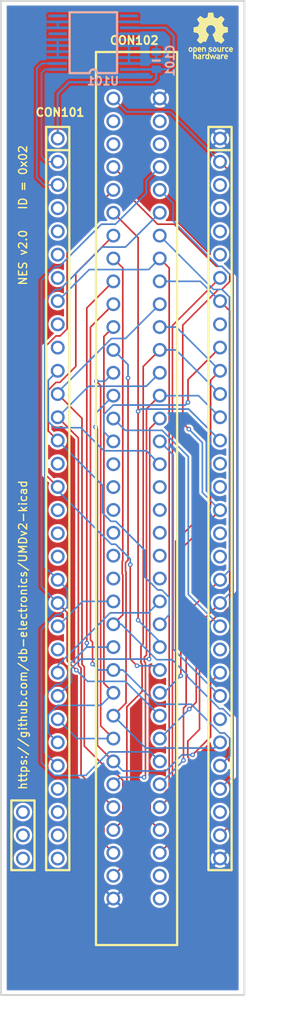
<source format=kicad_pcb>
(kicad_pcb (version 20171130) (host pcbnew "(5.1.2-1)-1")
  (title_block (title "NES UMDv2 Adapter") (date 2020-03-03) (rev 2.0) (comment 1 "Licensed Under CERN OHL v.1.2") (comment 2 https://github.com/beatlegeuse/UMDv2-nes-kicad))
  (layers (0 F.Cu signal) (31 B.Cu signal) (34 B.Paste user) (35 F.Paste user) (36 B.SilkS user) (37 F.SilkS user) (38 B.Mask user) (39 F.Mask user) (44 Edge.Cuts user))
  (net 0 "")
  (net 1 +3V3)
  (net 2 GND)
  (net 3 /SDA)
  (net 4 /SCL)
  (net 5 /A13)
  (net 6 /A10)
  (net 7 /A8)
  (net 8 /D0)
  (net 9 /D2)
  (net 10 /D6)
  (net 11 /D4)
  (net 12 /A5)
  (net 13 /A3)
  (net 14 /A1)
  (net 15 /A2)
  (net 16 /A4)
  (net 17 /A6)
  (net 18 /D5)
  (net 19 /D7)
  (net 20 /D3)
  (net 21 /D1)
  (net 22 /A7)
  (net 23 /A9)
  (net 24 /A11)
  (net 25 /A12)
  (net 26 /A14)
  (net 27 "Net-(CON101-Pad67)")
  (net 28 "Net-(CON101-Pad66)")
  (net 29 "Net-(CON101-Pad65)")
  (net 30 +5V)
  (net 31 "Net-(CON101-Pad62)")
  (net 32 "Net-(CON101-Pad61)")
  (net 33 "Net-(CON101-Pad60)")
  (net 34 "Net-(CON101-Pad59)")
  (net 35 "Net-(CON101-Pad56)")
  (net 36 /CHR_~RD)
  (net 37 "Net-(CON101-Pad50)")
  (net 38 "Net-(CON101-Pad49)")
  (net 39 "Net-(CON101-Pad47)")
  (net 40 "Net-(CON101-Pad46)")
  (net 41 /CIRAM_A10)
  (net 42 "Net-(CON101-Pad42)")
  (net 43 /CIRAM_~CE)
  (net 44 "Net-(CON101-Pad39)")
  (net 45 /A0)
  (net 46 "Net-(CON101-Pad35)")
  (net 47 "Net-(CON101-Pad32)")
  (net 48 "Net-(CON101-Pad31)")
  (net 49 "Net-(CON101-Pad30)")
  (net 50 "Net-(CON101-Pad29)")
  (net 51 /CHR_~A13)
  (net 52 /PRG_~CE)
  (net 53 "Net-(CON101-Pad23)")
  (net 54 /PRG_R~W)
  (net 55 "Net-(CON101-Pad19)")
  (net 56 "Net-(CON101-Pad18)")
  (net 57 "Net-(CON101-Pad17)")
  (net 58 "Net-(CON101-Pad15)")
  (net 59 /CHR_~WR)
  (net 60 "Net-(CON101-Pad10)")
  (net 61 "Net-(CON101-Pad9)")
  (net 62 "Net-(CON101-Pad7)")
  (net 63 "Net-(CON101-Pad6)")
  (net 64 "Net-(CON101-Pad5)")
  (net 65 "Net-(CON101-Pad4)")
  (net 66 "Net-(CON102-Pad71)")
  (net 67 "Net-(CON102-Pad70)")
  (net 68 "Net-(CON102-Pad55)")
  (net 69 "Net-(CON102-Pad54)")
  (net 70 "Net-(CON102-Pad53)")
  (net 71 "Net-(CON102-Pad52)")
  (net 72 "Net-(CON102-Pad51)")
  (net 73 "Net-(CON102-Pad38)")
  (net 74 "Net-(CON102-Pad37)")
  (net 75 "Net-(CON102-Pad15)")
  (net 76 "Net-(CON102-Pad16)")
  (net 77 "Net-(CON102-Pad17)")
  (net 78 "Net-(CON102-Pad18)")
  (net 79 "Net-(CON102-Pad19)")
  (net 80 "Net-(CON102-Pad20)")
  (net 81 "Net-(CON102-Pad34)")
  (net 82 "Net-(CON102-Pad35)")
  (net 83 "Net-(U101-Pad7)")
  (net 84 "Net-(U101-Pad10)")
  (net 85 "Net-(U101-Pad11)")
  (module db-artwork:oshw-logo_5mm (layer F.Cu) (at 153.162 51.054)
    (fp_text reference G*** hide)
    (fp_text value LOGO hide)
  )
  (module db-thparts:NES-CONN (layer F.Cu) (at 142.494 57.912)
    (fp_text reference CON102 (at 2.286 -6.35) (layer F.SilkS) (effects (font (size 0.889 0.889) (thickness 0.2032))))
    (fp_text value NES-CONN hide)
    (pad 72 thru_hole circle (at 5.08 0) (size 1.524 1.524) (drill 1.016) (layers *.Cu *.Mask) (net 2 GND))
    (pad 71 thru_hole circle (at 5.08 2.5) (size 1.524 1.524) (drill 1.016) (layers *.Cu *.Mask) (net 66 "Net-(CON102-Pad71)"))
    (pad 70 thru_hole circle (at 5.08 5) (size 1.524 1.524) (drill 1.016) (layers *.Cu *.Mask) (net 67 "Net-(CON102-Pad70)"))
    (pad 69 thru_hole circle (at 5.08 7.5) (size 1.524 1.524) (drill 1.016) (layers *.Cu *.Mask) (net 11 /D4))
    (pad 68 thru_hole circle (at 5.08 10) (size 1.524 1.524) (drill 1.016) (layers *.Cu *.Mask) (net 18 /D5))
    (pad 67 thru_hole circle (at 5.08 12.5) (size 1.524 1.524) (drill 1.016) (layers *.Cu *.Mask) (net 10 /D6))
    (pad 66 thru_hole circle (at 5.08 15) (size 1.524 1.524) (drill 1.016) (layers *.Cu *.Mask) (net 19 /D7))
    (pad 65 thru_hole circle (at 5.08 17.5) (size 1.524 1.524) (drill 1.016) (layers *.Cu *.Mask) (net 5 /A13))
    (pad 64 thru_hole circle (at 5.08 20) (size 1.524 1.524) (drill 1.016) (layers *.Cu *.Mask) (net 25 /A12))
    (pad 63 thru_hole circle (at 5.08 22.5) (size 1.524 1.524) (drill 1.016) (layers *.Cu *.Mask) (net 6 /A10))
    (pad 62 thru_hole circle (at 5.08 25) (size 1.524 1.524) (drill 1.016) (layers *.Cu *.Mask) (net 24 /A11))
    (pad 61 thru_hole circle (at 5.08 27.5) (size 1.524 1.524) (drill 1.016) (layers *.Cu *.Mask) (net 23 /A9))
    (pad 60 thru_hole circle (at 5.08 30) (size 1.524 1.524) (drill 1.016) (layers *.Cu *.Mask) (net 7 /A8))
    (pad 59 thru_hole circle (at 5.08 32.5) (size 1.524 1.524) (drill 1.016) (layers *.Cu *.Mask) (net 22 /A7))
    (pad 58 thru_hole circle (at 5.08 35) (size 1.524 1.524) (drill 1.016) (layers *.Cu *.Mask) (net 51 /CHR_~A13))
    (pad 57 thru_hole circle (at 5.08 37.5) (size 1.524 1.524) (drill 1.016) (layers *.Cu *.Mask) (net 43 /CIRAM_~CE))
    (pad 56 thru_hole circle (at 5.08 40) (size 1.524 1.524) (drill 1.016) (layers *.Cu *.Mask) (net 59 /CHR_~WR))
    (pad 55 thru_hole circle (at 5.08 42.5) (size 1.524 1.524) (drill 1.016) (layers *.Cu *.Mask) (net 68 "Net-(CON102-Pad55)"))
    (pad 54 thru_hole circle (at 5.08 45) (size 1.524 1.524) (drill 1.016) (layers *.Cu *.Mask) (net 69 "Net-(CON102-Pad54)"))
    (pad 53 thru_hole circle (at 5.08 47.5) (size 1.524 1.524) (drill 1.016) (layers *.Cu *.Mask) (net 70 "Net-(CON102-Pad53)"))
    (pad 52 thru_hole circle (at 5.08 50) (size 1.524 1.524) (drill 1.016) (layers *.Cu *.Mask) (net 71 "Net-(CON102-Pad52)"))
    (pad 51 thru_hole circle (at 5.08 52.5) (size 1.524 1.524) (drill 1.016) (layers *.Cu *.Mask) (net 72 "Net-(CON102-Pad51)"))
    (pad 50 thru_hole circle (at 5.08 55) (size 1.524 1.524) (drill 1.016) (layers *.Cu *.Mask) (net 52 /PRG_~CE))
    (pad 49 thru_hole circle (at 5.08 57.5) (size 1.524 1.524) (drill 1.016) (layers *.Cu *.Mask) (net 8 /D0))
    (pad 48 thru_hole circle (at 5.08 60) (size 1.524 1.524) (drill 1.016) (layers *.Cu *.Mask) (net 21 /D1))
    (pad 47 thru_hole circle (at 5.08 62.5) (size 1.524 1.524) (drill 1.016) (layers *.Cu *.Mask) (net 9 /D2))
    (pad 46 thru_hole circle (at 5.08 65) (size 1.524 1.524) (drill 1.016) (layers *.Cu *.Mask) (net 20 /D3))
    (pad 45 thru_hole circle (at 5.08 67.5) (size 1.524 1.524) (drill 1.016) (layers *.Cu *.Mask) (net 11 /D4))
    (pad 44 thru_hole circle (at 5.08 70) (size 1.524 1.524) (drill 1.016) (layers *.Cu *.Mask) (net 18 /D5))
    (pad 43 thru_hole circle (at 5.08 72.5) (size 1.524 1.524) (drill 1.016) (layers *.Cu *.Mask) (net 10 /D6))
    (pad 42 thru_hole circle (at 5.08 75) (size 1.524 1.524) (drill 1.016) (layers *.Cu *.Mask) (net 19 /D7))
    (pad 41 thru_hole circle (at 5.08 77.5) (size 1.524 1.524) (drill 1.016) (layers *.Cu *.Mask) (net 26 /A14))
    (pad 40 thru_hole circle (at 5.08 80) (size 1.524 1.524) (drill 1.016) (layers *.Cu *.Mask) (net 5 /A13))
    (pad 39 thru_hole circle (at 5.08 82.5) (size 1.524 1.524) (drill 1.016) (layers *.Cu *.Mask) (net 25 /A12))
    (pad 38 thru_hole circle (at 5.08 85) (size 1.524 1.524) (drill 1.016) (layers *.Cu *.Mask) (net 73 "Net-(CON102-Pad38)"))
    (pad 37 thru_hole circle (at 5.08 87.5) (size 1.524 1.524) (drill 1.016) (layers *.Cu *.Mask) (net 74 "Net-(CON102-Pad37)"))
    (pad 1 thru_hole circle (at 0 87.5) (size 1.524 1.524) (drill 1.016) (layers *.Cu *.Mask) (net 2 GND))
    (pad 2 thru_hole circle (at 0 85) (size 1.524 1.524) (drill 1.016) (layers *.Cu *.Mask) (net 24 /A11))
    (pad 3 thru_hole circle (at 0 82.5) (size 1.524 1.524) (drill 1.016) (layers *.Cu *.Mask) (net 6 /A10))
    (pad 4 thru_hole circle (at 0 80) (size 1.524 1.524) (drill 1.016) (layers *.Cu *.Mask) (net 23 /A9))
    (pad 5 thru_hole circle (at 0 77.5) (size 1.524 1.524) (drill 1.016) (layers *.Cu *.Mask) (net 7 /A8))
    (pad 6 thru_hole circle (at 0 75) (size 1.524 1.524) (drill 1.016) (layers *.Cu *.Mask) (net 22 /A7))
    (pad 7 thru_hole circle (at 0 72.5) (size 1.524 1.524) (drill 1.016) (layers *.Cu *.Mask) (net 17 /A6))
    (pad 8 thru_hole circle (at 0 70) (size 1.524 1.524) (drill 1.016) (layers *.Cu *.Mask) (net 12 /A5))
    (pad 9 thru_hole circle (at 0 67.5) (size 1.524 1.524) (drill 1.016) (layers *.Cu *.Mask) (net 16 /A4))
    (pad 10 thru_hole circle (at 0 65) (size 1.524 1.524) (drill 1.016) (layers *.Cu *.Mask) (net 13 /A3))
    (pad 11 thru_hole circle (at 0 62.5) (size 1.524 1.524) (drill 1.016) (layers *.Cu *.Mask) (net 15 /A2))
    (pad 12 thru_hole circle (at 0 60) (size 1.524 1.524) (drill 1.016) (layers *.Cu *.Mask) (net 14 /A1))
    (pad 13 thru_hole circle (at 0 57.5) (size 1.524 1.524) (drill 1.016) (layers *.Cu *.Mask) (net 45 /A0))
    (pad 14 thru_hole circle (at 0 55) (size 1.524 1.524) (drill 1.016) (layers *.Cu *.Mask) (net 54 /PRG_R~W))
    (pad 15 thru_hole circle (at 0 52.5) (size 1.524 1.524) (drill 1.016) (layers *.Cu *.Mask) (net 75 "Net-(CON102-Pad15)"))
    (pad 16 thru_hole circle (at 0 50) (size 1.524 1.524) (drill 1.016) (layers *.Cu *.Mask) (net 76 "Net-(CON102-Pad16)"))
    (pad 17 thru_hole circle (at 0 47.5) (size 1.524 1.524) (drill 1.016) (layers *.Cu *.Mask) (net 77 "Net-(CON102-Pad17)"))
    (pad 18 thru_hole circle (at 0 45) (size 1.524 1.524) (drill 1.016) (layers *.Cu *.Mask) (net 78 "Net-(CON102-Pad18)"))
    (pad 19 thru_hole circle (at 0 42.5) (size 1.524 1.524) (drill 1.016) (layers *.Cu *.Mask) (net 79 "Net-(CON102-Pad19)"))
    (pad 20 thru_hole circle (at 0 40) (size 1.524 1.524) (drill 1.016) (layers *.Cu *.Mask) (net 80 "Net-(CON102-Pad20)"))
    (pad 21 thru_hole circle (at 0 37.5) (size 1.524 1.524) (drill 1.016) (layers *.Cu *.Mask) (net 36 /CHR_~RD))
    (pad 22 thru_hole circle (at 0 35) (size 1.524 1.524) (drill 1.016) (layers *.Cu *.Mask) (net 41 /CIRAM_A10))
    (pad 23 thru_hole circle (at 0 32.5) (size 1.524 1.524) (drill 1.016) (layers *.Cu *.Mask) (net 17 /A6))
    (pad 24 thru_hole circle (at 0 30) (size 1.524 1.524) (drill 1.016) (layers *.Cu *.Mask) (net 12 /A5))
    (pad 25 thru_hole circle (at 0 27.5) (size 1.524 1.524) (drill 1.016) (layers *.Cu *.Mask) (net 16 /A4))
    (pad 26 thru_hole circle (at 0 25) (size 1.524 1.524) (drill 1.016) (layers *.Cu *.Mask) (net 13 /A3))
    (pad 27 thru_hole circle (at 0 22.5) (size 1.524 1.524) (drill 1.016) (layers *.Cu *.Mask) (net 15 /A2))
    (pad 28 thru_hole circle (at 0 20) (size 1.524 1.524) (drill 1.016) (layers *.Cu *.Mask) (net 14 /A1))
    (pad 29 thru_hole circle (at 0 17.5) (size 1.524 1.524) (drill 1.016) (layers *.Cu *.Mask) (net 45 /A0))
    (pad 30 thru_hole circle (at 0 15) (size 1.524 1.524) (drill 1.016) (layers *.Cu *.Mask) (net 8 /D0))
    (pad 31 thru_hole circle (at 0 12.5) (size 1.524 1.524) (drill 1.016) (layers *.Cu *.Mask) (net 21 /D1))
    (pad 32 thru_hole circle (at 0 10) (size 1.524 1.524) (drill 1.016) (layers *.Cu *.Mask) (net 9 /D2))
    (pad 33 thru_hole circle (at 0 7.5) (size 1.524 1.524) (drill 1.016) (layers *.Cu *.Mask) (net 20 /D3))
    (pad 34 thru_hole circle (at 0 5) (size 1.524 1.524) (drill 1.016) (layers *.Cu *.Mask) (net 81 "Net-(CON102-Pad34)"))
    (pad 35 thru_hole circle (at 0 2.5) (size 1.524 1.524) (drill 1.016) (layers *.Cu *.Mask) (net 82 "Net-(CON102-Pad35)"))
    (pad 36 thru_hole circle (at 0 0) (size 1.524 1.524) (drill 1.016) (layers *.Cu *.Mask) (net 30 +5V))
  )
  (module db-thparts:UMD-CONN-DIP64 (layer F.Cu) (at 136.398 62.2935)
    (fp_text reference CON101 (at 0.254 -2.8575) (layer F.SilkS) (effects (font (size 0.889 0.889) (thickness 0.2032))))
    (fp_text value UMDv2-CONN hide)
    (pad 67 thru_hole circle (at -3.81 78.74 270) (size 1.524 1.524) (drill 1.016) (layers *.Cu *.Mask) (net 27 "Net-(CON101-Pad67)"))
    (pad 66 thru_hole circle (at -3.81 76.2 270) (size 1.524 1.524) (drill 1.016) (layers *.Cu *.Mask) (net 28 "Net-(CON101-Pad66)"))
    (pad 65 thru_hole circle (at -3.81 73.66 270) (size 1.524 1.524) (drill 1.016) (layers *.Cu *.Mask) (net 29 "Net-(CON101-Pad65)"))
    (pad 64 thru_hole circle (at 17.78 0) (size 1.524 1.524) (drill 1.016) (layers *.Cu *.Mask) (net 2 GND))
    (pad 63 thru_hole circle (at 17.78 2.54) (size 1.524 1.524) (drill 1.016) (layers *.Cu *.Mask) (net 30 +5V))
    (pad 62 thru_hole circle (at 17.78 5.08) (size 1.524 1.524) (drill 1.016) (layers *.Cu *.Mask) (net 31 "Net-(CON101-Pad62)"))
    (pad 61 thru_hole circle (at 17.78 7.62) (size 1.524 1.524) (drill 1.016) (layers *.Cu *.Mask) (net 32 "Net-(CON101-Pad61)"))
    (pad 60 thru_hole circle (at 17.78 10.16) (size 1.524 1.524) (drill 1.016) (layers *.Cu *.Mask) (net 33 "Net-(CON101-Pad60)"))
    (pad 59 thru_hole circle (at 17.78 12.7) (size 1.524 1.524) (drill 1.016) (layers *.Cu *.Mask) (net 34 "Net-(CON101-Pad59)"))
    (pad 58 thru_hole circle (at 17.78 15.24) (size 1.524 1.524) (drill 1.016) (layers *.Cu *.Mask) (net 26 /A14))
    (pad 57 thru_hole circle (at 17.78 17.78) (size 1.524 1.524) (drill 1.016) (layers *.Cu *.Mask) (net 25 /A12))
    (pad 56 thru_hole circle (at 17.78 20.32) (size 1.524 1.524) (drill 1.016) (layers *.Cu *.Mask) (net 35 "Net-(CON101-Pad56)"))
    (pad 55 thru_hole circle (at 17.78 22.86) (size 1.524 1.524) (drill 1.016) (layers *.Cu *.Mask) (net 36 /CHR_~RD))
    (pad 54 thru_hole circle (at 17.78 25.4) (size 1.524 1.524) (drill 1.016) (layers *.Cu *.Mask) (net 24 /A11))
    (pad 53 thru_hole circle (at 17.78 27.94) (size 1.524 1.524) (drill 1.016) (layers *.Cu *.Mask) (net 23 /A9))
    (pad 52 thru_hole circle (at 17.78 30.48) (size 1.524 1.524) (drill 1.016) (layers *.Cu *.Mask) (net 22 /A7))
    (pad 51 thru_hole circle (at 17.78 33.02) (size 1.524 1.524) (drill 1.016) (layers *.Cu *.Mask) (net 21 /D1))
    (pad 50 thru_hole circle (at 17.78 35.56) (size 1.524 1.524) (drill 1.016) (layers *.Cu *.Mask) (net 37 "Net-(CON101-Pad50)"))
    (pad 49 thru_hole circle (at 17.78 38.1) (size 1.524 1.524) (drill 1.016) (layers *.Cu *.Mask) (net 38 "Net-(CON101-Pad49)"))
    (pad 48 thru_hole circle (at 17.78 40.64) (size 1.524 1.524) (drill 1.016) (layers *.Cu *.Mask) (net 20 /D3))
    (pad 47 thru_hole circle (at 17.78 43.18) (size 1.524 1.524) (drill 1.016) (layers *.Cu *.Mask) (net 39 "Net-(CON101-Pad47)"))
    (pad 46 thru_hole circle (at 17.78 45.72) (size 1.524 1.524) (drill 1.016) (layers *.Cu *.Mask) (net 40 "Net-(CON101-Pad46)"))
    (pad 45 thru_hole circle (at 17.78 48.26) (size 1.524 1.524) (drill 1.016) (layers *.Cu *.Mask) (net 19 /D7))
    (pad 44 thru_hole circle (at 17.78 50.8) (size 1.524 1.524) (drill 1.016) (layers *.Cu *.Mask) (net 18 /D5))
    (pad 43 thru_hole circle (at 17.78 53.34) (size 1.524 1.524) (drill 1.016) (layers *.Cu *.Mask) (net 41 /CIRAM_A10))
    (pad 42 thru_hole circle (at 17.78 55.88) (size 1.524 1.524) (drill 1.016) (layers *.Cu *.Mask) (net 42 "Net-(CON101-Pad42)"))
    (pad 41 thru_hole circle (at 17.78 58.42) (size 1.524 1.524) (drill 1.016) (layers *.Cu *.Mask) (net 17 /A6))
    (pad 40 thru_hole circle (at 17.78 60.96) (size 1.524 1.524) (drill 1.016) (layers *.Cu *.Mask) (net 43 /CIRAM_~CE))
    (pad 39 thru_hole circle (at 17.78 63.5) (size 1.524 1.524) (drill 1.016) (layers *.Cu *.Mask) (net 44 "Net-(CON101-Pad39)"))
    (pad 38 thru_hole circle (at 17.78 66.04) (size 1.524 1.524) (drill 1.016) (layers *.Cu *.Mask) (net 16 /A4))
    (pad 37 thru_hole circle (at 17.78 68.58) (size 1.524 1.524) (drill 1.016) (layers *.Cu *.Mask) (net 15 /A2))
    (pad 36 thru_hole circle (at 17.78 71.12) (size 1.524 1.524) (drill 1.016) (layers *.Cu *.Mask) (net 45 /A0))
    (pad 35 thru_hole circle (at 17.78 73.66) (size 1.524 1.524) (drill 1.016) (layers *.Cu *.Mask) (net 46 "Net-(CON101-Pad35)"))
    (pad 34 thru_hole circle (at 17.78 76.2) (size 1.524 1.524) (drill 1.016) (layers *.Cu *.Mask) (net 30 +5V))
    (pad 33 thru_hole circle (at 17.78 78.74) (size 1.524 1.524) (drill 1.016) (layers *.Cu *.Mask) (net 2 GND))
    (pad 32 thru_hole circle (at 0 78.74) (size 1.524 1.524) (drill 1.016) (layers *.Cu *.Mask) (net 47 "Net-(CON101-Pad32)"))
    (pad 31 thru_hole circle (at 0 76.2) (size 1.524 1.524) (drill 1.016) (layers *.Cu *.Mask) (net 48 "Net-(CON101-Pad31)"))
    (pad 30 thru_hole circle (at 0 73.66) (size 1.524 1.524) (drill 1.016) (layers *.Cu *.Mask) (net 49 "Net-(CON101-Pad30)"))
    (pad 29 thru_hole circle (at 0 71.12) (size 1.524 1.524) (drill 1.016) (layers *.Cu *.Mask) (net 50 "Net-(CON101-Pad29)"))
    (pad 28 thru_hole circle (at 0 68.58) (size 1.524 1.524) (drill 1.016) (layers *.Cu *.Mask) (net 14 /A1))
    (pad 27 thru_hole circle (at 0 66.04) (size 1.524 1.524) (drill 1.016) (layers *.Cu *.Mask) (net 13 /A3))
    (pad 26 thru_hole circle (at 0 63.5) (size 1.524 1.524) (drill 1.016) (layers *.Cu *.Mask) (net 12 /A5))
    (pad 25 thru_hole circle (at 0 60.96) (size 1.524 1.524) (drill 1.016) (layers *.Cu *.Mask) (net 51 /CHR_~A13))
    (pad 24 thru_hole circle (at 0 58.42) (size 1.524 1.524) (drill 1.016) (layers *.Cu *.Mask) (net 52 /PRG_~CE))
    (pad 23 thru_hole circle (at 0 55.88) (size 1.524 1.524) (drill 1.016) (layers *.Cu *.Mask) (net 53 "Net-(CON101-Pad23)"))
    (pad 22 thru_hole circle (at 0 53.34) (size 1.524 1.524) (drill 1.016) (layers *.Cu *.Mask) (net 54 /PRG_R~W))
    (pad 21 thru_hole circle (at 0 50.8) (size 1.524 1.524) (drill 1.016) (layers *.Cu *.Mask) (net 11 /D4))
    (pad 20 thru_hole circle (at 0 48.26) (size 1.524 1.524) (drill 1.016) (layers *.Cu *.Mask) (net 10 /D6))
    (pad 19 thru_hole circle (at 0 45.72) (size 1.524 1.524) (drill 1.016) (layers *.Cu *.Mask) (net 55 "Net-(CON101-Pad19)"))
    (pad 18 thru_hole circle (at 0 43.18) (size 1.524 1.524) (drill 1.016) (layers *.Cu *.Mask) (net 56 "Net-(CON101-Pad18)"))
    (pad 17 thru_hole circle (at 0 40.64) (size 1.524 1.524) (drill 1.016) (layers *.Cu *.Mask) (net 57 "Net-(CON101-Pad17)"))
    (pad 16 thru_hole circle (at 0 38.1) (size 1.524 1.524) (drill 1.016) (layers *.Cu *.Mask) (net 9 /D2))
    (pad 15 thru_hole circle (at 0 35.56) (size 1.524 1.524) (drill 1.016) (layers *.Cu *.Mask) (net 58 "Net-(CON101-Pad15)"))
    (pad 14 thru_hole circle (at 0 33.02) (size 1.524 1.524) (drill 1.016) (layers *.Cu *.Mask) (net 8 /D0))
    (pad 13 thru_hole circle (at 0 30.48) (size 1.524 1.524) (drill 1.016) (layers *.Cu *.Mask) (net 7 /A8))
    (pad 12 thru_hole circle (at 0 27.94) (size 1.524 1.524) (drill 1.016) (layers *.Cu *.Mask) (net 6 /A10))
    (pad 11 thru_hole circle (at 0 25.4) (size 1.524 1.524) (drill 1.016) (layers *.Cu *.Mask) (net 59 /CHR_~WR))
    (pad 10 thru_hole circle (at 0 22.86) (size 1.524 1.524) (drill 1.016) (layers *.Cu *.Mask) (net 60 "Net-(CON101-Pad10)"))
    (pad 9 thru_hole circle (at 0 20.32) (size 1.524 1.524) (drill 1.016) (layers *.Cu *.Mask) (net 61 "Net-(CON101-Pad9)"))
    (pad 8 thru_hole circle (at 0 17.78) (size 1.524 1.524) (drill 1.016) (layers *.Cu *.Mask) (net 5 /A13))
    (pad 7 thru_hole circle (at 0 15.24) (size 1.524 1.524) (drill 1.016) (layers *.Cu *.Mask) (net 62 "Net-(CON101-Pad7)"))
    (pad 6 thru_hole circle (at 0 12.7) (size 1.524 1.524) (drill 1.016) (layers *.Cu *.Mask) (net 63 "Net-(CON101-Pad6)"))
    (pad 5 thru_hole circle (at 0 10.16) (size 1.524 1.524) (drill 1.016) (layers *.Cu *.Mask) (net 64 "Net-(CON101-Pad5)"))
    (pad 4 thru_hole circle (at 0 7.62) (size 1.524 1.524) (drill 1.016) (layers *.Cu *.Mask) (net 65 "Net-(CON101-Pad4)"))
    (pad 3 thru_hole circle (at 0 5.08) (size 1.524 1.524) (drill 1.016) (layers *.Cu *.Mask) (net 3 /SDA))
    (pad 2 thru_hole circle (at 0 2.54) (size 1.524 1.524) (drill 1.016) (layers *.Cu *.Mask) (net 4 /SCL))
    (pad 1 thru_hole circle (at 0 0) (size 1.524 1.524) (drill 1.016) (layers *.Cu *.Mask) (net 1 +3V3))
  )
  (module db-smt:SSOP-20 (layer B.Cu) (at 136.398 54.737)
    (fp_text reference U101 (at 4.953 1.27) (layer B.SilkS) (effects (font (size 0.889 0.889) (thickness 0.2032)) (justify mirror)))
    (fp_text value MCP23008T-E_SS hide)
    (pad 1 smd rect (at 0 0) (size 2 0.3) (layers B.Cu B.Paste B.Mask) (net 4 /SCL))
    (pad 2 smd rect (at 0 -0.65) (size 2 0.3) (layers B.Cu B.Paste B.Mask) (net 3 /SDA))
    (pad 3 smd rect (at 0 -1.3) (size 2 0.3) (layers B.Cu B.Paste B.Mask) (net 2 GND))
    (pad 4 smd rect (at 0 -1.95) (size 2 0.3) (layers B.Cu B.Paste B.Mask) (net 2 GND))
    (pad 5 smd rect (at 0 -2.6) (size 2 0.3) (layers B.Cu B.Paste B.Mask) (net 2 GND))
    (pad 6 smd rect (at 0 -3.25) (size 2 0.3) (layers B.Cu B.Paste B.Mask) (net 2 GND))
    (pad 7 smd rect (at 0 -3.9) (size 2 0.3) (layers B.Cu B.Paste B.Mask) (net 83 "Net-(U101-Pad7)"))
    (pad 8 smd rect (at 0 -4.55) (size 2 0.3) (layers B.Cu B.Paste B.Mask) (net 2 GND))
    (pad 9 smd rect (at 0 -5.2) (size 2 0.3) (layers B.Cu B.Paste B.Mask) (net 2 GND))
    (pad 10 smd rect (at 0 -5.85) (size 2 0.3) (layers B.Cu B.Paste B.Mask) (net 84 "Net-(U101-Pad10)"))
    (pad 11 smd rect (at 7.8 -5.85) (size 2 0.3) (layers B.Cu B.Paste B.Mask) (net 85 "Net-(U101-Pad11)"))
    (pad 12 smd rect (at 7.8 -5.2) (size 2 0.3) (layers B.Cu B.Paste B.Mask) (net 2 GND))
    (pad 13 smd rect (at 7.8 -4.55) (size 2 0.3) (layers B.Cu B.Paste B.Mask) (net 1 +3V3))
    (pad 14 smd rect (at 7.8 -3.9) (size 2 0.3) (layers B.Cu B.Paste B.Mask) (net 2 GND))
    (pad 15 smd rect (at 7.8 -3.25) (size 2 0.3) (layers B.Cu B.Paste B.Mask) (net 2 GND))
    (pad 16 smd rect (at 7.8 -2.6) (size 2 0.3) (layers B.Cu B.Paste B.Mask) (net 2 GND))
    (pad 19 smd rect (at 7.8 -0.65) (size 2 0.3) (layers B.Cu B.Paste B.Mask) (net 2 GND))
    (pad 20 smd rect (at 7.8 0) (size 2 0.3) (layers B.Cu B.Paste B.Mask) (net 1 +3V3))
    (pad 17 smd rect (at 7.8 -1.95) (size 2 0.3) (layers B.Cu B.Paste B.Mask) (net 2 GND))
    (pad 18 smd rect (at 7.8 -1.3) (size 2 0.3) (layers B.Cu B.Paste B.Mask) (net 2 GND))
  )
  (module db-smt:0603 (layer B.Cu) (at 147.193 53.7718 90)
    (fp_text reference C101 (at 0 1.524 90) (layer B.SilkS) (effects (font (size 0.889 0.889) (thickness 0.2032)) (justify mirror)))
    (fp_text value 0.1uF/50V hide)
    (pad 1 smd rect (at -0.95 0 90) (size 0.8 1) (layers B.Cu B.Paste B.Mask) (net 1 +3V3))
    (pad 2 smd rect (at 0.95 0 90) (size 0.8 1) (layers B.Cu B.Paste B.Mask) (net 2 GND))
  )
  (gr_text "ID = 0x02" (at 132.588 66.548 90) (layer F.SilkS) (effects (font (size 0.889 0.889) (thickness 0.1524))))
  (gr_text "NES v2.0" (at 132.588 75.311 90) (layer F.SilkS) (effects (font (size 0.889 0.889) (thickness 0.1524))))
  (gr_text https://github.com/db-electronics/UMDv2-kicad (at 132.588 116.586 90) (layer F.SilkS) (effects (font (size 0.889 0.889) (thickness 0.1524))))
  (gr_line (start 156.845 47.244) (end 130.175 47.244) (layer Edge.Cuts) (width 0.2))
  (gr_line (start 156.845 47.244) (end 156.845 155.956) (layer Edge.Cuts) (width 0.2))
  (gr_line (start 130.175 155.956) (end 130.175 47.244) (layer Edge.Cuts) (width 0.2))
  (gr_line (start 156.845 155.956) (end 130.175 155.956) (layer Edge.Cuts) (width 0.2))
  (segment (start 144.198 54.737) (end 147.178 54.737) (width 0.254) (layer B.Cu) (net 1))
  (segment (start 147.178 54.737) (end 147.193 54.7218) (width 0.254) (layer B.Cu) (net 1))
  (segment (start 144.198 50.187) (end 148.231 50.187) (width 0.254) (layer B.Cu) (net 1))
  (segment (start 148.231 50.187) (end 149.098 51.054) (width 0.254) (layer B.Cu) (net 1))
  (segment (start 149.098 51.054) (end 149.098 54.102) (width 0.254) (layer B.Cu) (net 1))
  (segment (start 149.098 54.102) (end 148.478 54.7218) (width 0.254) (layer B.Cu) (net 1))
  (segment (start 148.478 54.7218) (end 147.193 54.7218) (width 0.254) (layer B.Cu) (net 1))
  (segment (start 136.398 62.2935) (end 136.398 57.404) (width 0.254) (layer B.Cu) (net 1))
  (segment (start 136.398 57.404) (end 137.668 56.134) (width 0.254) (layer B.Cu) (net 1))
  (segment (start 137.668 56.134) (end 146.812 56.134) (width 0.254) (layer B.Cu) (net 1))
  (segment (start 146.812 56.134) (end 147.193 55.753) (width 0.254) (layer B.Cu) (net 1))
  (segment (start 147.193 55.753) (end 147.193 54.7218) (width 0.254) (layer B.Cu) (net 1))
  (segment (start 136.398 67.3735) (end 134.938 67.3735) (width 0.1778) (layer B.Cu) (net 3))
  (segment (start 134.938 67.3735) (end 134.112 66.548) (width 0.1778) (layer B.Cu) (net 3))
  (segment (start 134.112 66.548) (end 134.112 54.61) (width 0.1778) (layer B.Cu) (net 3))
  (segment (start 134.112 54.61) (end 134.635 54.087) (width 0.1778) (layer B.Cu) (net 3))
  (segment (start 134.635 54.087) (end 136.398 54.087) (width 0.1778) (layer B.Cu) (net 3))
  (segment (start 136.398 64.8335) (end 135.192 64.8335) (width 0.1778) (layer B.Cu) (net 4))
  (segment (start 135.192 64.8335) (end 134.62 64.262) (width 0.1778) (layer B.Cu) (net 4))
  (segment (start 134.62 64.262) (end 134.62 55.118) (width 0.1778) (layer B.Cu) (net 4))
  (segment (start 134.62 55.118) (end 135.001 54.737) (width 0.1778) (layer B.Cu) (net 4))
  (segment (start 135.001 54.737) (end 136.398 54.737) (width 0.1778) (layer B.Cu) (net 4))
  (segment (start 147.574 75.412) (end 148.6097 76.4477) (width 0.1778) (layer F.Cu) (net 5))
  (segment (start 148.6097 76.4477) (end 148.6097 133.3318) (width 0.1778) (layer F.Cu) (net 5))
  (segment (start 148.6097 133.3318) (end 147.7795 134.162) (width 0.1778) (layer F.Cu) (net 5))
  (segment (start 147.7795 134.162) (end 147.3165 134.162) (width 0.1778) (layer F.Cu) (net 5))
  (segment (start 147.3165 134.162) (end 146.5344 134.9441) (width 0.1778) (layer F.Cu) (net 5))
  (segment (start 146.5344 134.9441) (end 146.5344 136.8724) (width 0.1778) (layer F.Cu) (net 5))
  (segment (start 146.5344 136.8724) (end 147.574 137.912) (width 0.1778) (layer F.Cu) (net 5))
  (segment (start 147.574 75.412) (end 146.3635 76.6225) (width 0.1778) (layer B.Cu) (net 5))
  (segment (start 146.3635 76.6225) (end 139.849 76.6225) (width 0.1778) (layer B.Cu) (net 5))
  (segment (start 139.849 76.6225) (end 136.398 80.0735) (width 0.1778) (layer B.Cu) (net 5))
  (segment (start 142.494 140.412) (end 141.4573 139.3753) (width 0.1778) (layer F.Cu) (net 6))
  (segment (start 141.4573 139.3753) (end 141.4573 137.4494) (width 0.1778) (layer F.Cu) (net 6))
  (segment (start 141.4573 137.4494) (end 142.2447 136.662) (width 0.1778) (layer F.Cu) (net 6))
  (segment (start 142.2447 136.662) (end 142.7113 136.662) (width 0.1778) (layer F.Cu) (net 6))
  (segment (start 142.7113 136.662) (end 143.5231 135.8502) (width 0.1778) (layer F.Cu) (net 6))
  (segment (start 143.5231 135.8502) (end 143.5231 132.4652) (width 0.1778) (layer F.Cu) (net 6))
  (segment (start 143.5231 132.4652) (end 142.7199 131.662) (width 0.1778) (layer F.Cu) (net 6))
  (segment (start 142.7199 131.662) (end 142.2379 131.662) (width 0.1778) (layer F.Cu) (net 6))
  (segment (start 142.2379 131.662) (end 139.3113 128.7354) (width 0.1778) (layer F.Cu) (net 6))
  (segment (start 139.3113 128.7354) (end 139.3113 120.0658) (width 0.1778) (layer F.Cu) (net 6))
  (segment (start 139.3113 120.0658) (end 139.0559 119.8104) (width 0.1778) (layer F.Cu) (net 6))
  (segment (start 139.0559 119.8104) (end 139.0559 92.8914) (width 0.1778) (layer F.Cu) (net 6))
  (segment (start 139.0559 92.8914) (end 136.398 90.2335) (width 0.1778) (layer F.Cu) (net 6))
  (segment (start 136.398 90.2335) (end 136.398 90.0526) (width 0.1778) (layer B.Cu) (net 6))
  (segment (start 136.398 90.0526) (end 142.2886 84.162) (width 0.1778) (layer B.Cu) (net 6))
  (segment (start 142.2886 84.162) (end 143.824 84.162) (width 0.1778) (layer B.Cu) (net 6))
  (segment (start 143.824 84.162) (end 147.574 80.412) (width 0.1778) (layer B.Cu) (net 6))
  (segment (start 142.494 135.412) (end 138.9554 131.8734) (width 0.1778) (layer F.Cu) (net 7))
  (segment (start 138.9554 131.8734) (end 138.9554 120.2132) (width 0.1778) (layer F.Cu) (net 7))
  (segment (start 138.9554 120.2132) (end 138.6574 119.9152) (width 0.1778) (layer F.Cu) (net 7))
  (segment (start 138.6574 119.9152) (end 138.6574 95.0329) (width 0.1778) (layer F.Cu) (net 7))
  (segment (start 138.6574 95.0329) (end 136.398 92.7735) (width 0.1778) (layer F.Cu) (net 7))
  (segment (start 147.574 87.912) (end 146.1031 89.3829) (width 0.1778) (layer B.Cu) (net 7))
  (segment (start 146.1031 89.3829) (end 139.7886 89.3829) (width 0.1778) (layer B.Cu) (net 7))
  (segment (start 139.7886 89.3829) (end 136.398 92.7735) (width 0.1778) (layer B.Cu) (net 7))
  (segment (start 136.398 95.3135) (end 135.3599 94.2754) (width 0.1778) (layer F.Cu) (net 8))
  (segment (start 135.3599 94.2754) (end 135.3599 89.8082) (width 0.1778) (layer F.Cu) (net 8))
  (segment (start 135.3599 89.8082) (end 136.2046 88.9635) (width 0.1778) (layer F.Cu) (net 8))
  (segment (start 136.2046 88.9635) (end 136.6311 88.9635) (width 0.1778) (layer F.Cu) (net 8))
  (segment (start 136.6311 88.9635) (end 138.3793 87.2153) (width 0.1778) (layer F.Cu) (net 8))
  (segment (start 138.3793 87.2153) (end 138.3793 77.0267) (width 0.1778) (layer F.Cu) (net 8))
  (segment (start 138.3793 77.0267) (end 142.494 72.912) (width 0.1778) (layer F.Cu) (net 8))
  (segment (start 136.398 95.3135) (end 141.3209 100.2364) (width 0.1778) (layer B.Cu) (net 8))
  (segment (start 141.3209 100.2364) (end 141.3209 103.2502) (width 0.1778) (layer B.Cu) (net 8))
  (segment (start 141.3209 103.2502) (end 142.2327 104.162) (width 0.1778) (layer B.Cu) (net 8))
  (segment (start 142.2327 104.162) (end 142.77 104.162) (width 0.1778) (layer B.Cu) (net 8))
  (segment (start 142.77 104.162) (end 145.9247 107.3167) (width 0.1778) (layer B.Cu) (net 8))
  (segment (start 145.9247 107.3167) (end 145.9247 110.2355) (width 0.1778) (layer B.Cu) (net 8))
  (segment (start 145.9247 110.2355) (end 147.3512 111.662) (width 0.1778) (layer B.Cu) (net 8))
  (segment (start 147.3512 111.662) (end 147.8054 111.662) (width 0.1778) (layer B.Cu) (net 8))
  (segment (start 147.8054 111.662) (end 148.6181 112.4747) (width 0.1778) (layer B.Cu) (net 8))
  (segment (start 148.6181 112.4747) (end 148.6181 114.3679) (width 0.1778) (layer B.Cu) (net 8))
  (segment (start 148.6181 114.3679) (end 147.574 115.412) (width 0.1778) (layer B.Cu) (net 8))
  (segment (start 145.0804 119.9547) (end 147.1167 119.9547) (width 0.1778) (layer B.Cu) (net 9))
  (segment (start 147.1167 119.9547) (end 147.574 120.412) (width 0.1778) (layer B.Cu) (net 9))
  (segment (start 144.3445 108.8914) (end 144.3445 119.2188) (width 0.1778) (layer F.Cu) (net 9))
  (segment (start 144.3445 119.2188) (end 145.0804 119.9547) (width 0.1778) (layer F.Cu) (net 9))
  (segment (start 136.398 100.3935) (end 136.398 100.7948) (width 0.1778) (layer B.Cu) (net 9))
  (segment (start 136.398 100.7948) (end 142.2652 106.662) (width 0.1778) (layer B.Cu) (net 9))
  (segment (start 142.2652 106.662) (end 142.7369 106.662) (width 0.1778) (layer B.Cu) (net 9))
  (segment (start 142.7369 106.662) (end 144.3445 108.2696) (width 0.1778) (layer B.Cu) (net 9))
  (segment (start 144.3445 108.2696) (end 144.3445 108.8914) (width 0.1778) (layer B.Cu) (net 9))
  (segment (start 136.398 100.3935) (end 135.0039 98.9994) (width 0.1778) (layer F.Cu) (net 9))
  (segment (start 135.0039 98.9994) (end 135.0039 85.0791) (width 0.1778) (layer F.Cu) (net 9))
  (segment (start 135.0039 85.0791) (end 136.1995 83.8835) (width 0.1778) (layer F.Cu) (net 9))
  (segment (start 136.1995 83.8835) (end 136.6599 83.8835) (width 0.1778) (layer F.Cu) (net 9))
  (segment (start 136.6599 83.8835) (end 137.4271 83.1163) (width 0.1778) (layer F.Cu) (net 9))
  (segment (start 137.4271 83.1163) (end 137.4271 72.9789) (width 0.1778) (layer F.Cu) (net 9))
  (segment (start 137.4271 72.9789) (end 142.494 67.912) (width 0.1778) (layer F.Cu) (net 9))
  (via (at 145.0804 119.9547) (size 0.508) (layers F.Cu B.Cu) (net 9))
  (via (at 144.3445 108.8914) (size 0.508) (layers F.Cu B.Cu) (net 9))
  (segment (start 147.574 130.412) (end 146.5335 129.3715) (width 0.1778) (layer B.Cu) (net 10))
  (segment (start 146.5335 129.3715) (end 142.0432 129.3715) (width 0.1778) (layer B.Cu) (net 10))
  (segment (start 142.0432 129.3715) (end 139.4657 131.949) (width 0.1778) (layer B.Cu) (net 10))
  (segment (start 139.4657 131.949) (end 136.0086 131.949) (width 0.1778) (layer B.Cu) (net 10))
  (segment (start 136.0086 131.949) (end 134.6051 130.5455) (width 0.1778) (layer B.Cu) (net 10))
  (segment (start 134.6051 130.5455) (end 134.6051 115.9657) (width 0.1778) (layer B.Cu) (net 10))
  (segment (start 134.6051 115.9657) (end 136.2073 114.3635) (width 0.1778) (layer B.Cu) (net 10))
  (segment (start 136.2073 114.3635) (end 136.6068 114.3635) (width 0.1778) (layer B.Cu) (net 10))
  (segment (start 136.6068 114.3635) (end 137.446 113.5243) (width 0.1778) (layer B.Cu) (net 10))
  (segment (start 137.446 113.5243) (end 137.446 111.6015) (width 0.1778) (layer B.Cu) (net 10))
  (segment (start 137.446 111.6015) (end 136.398 110.5535) (width 0.1778) (layer B.Cu) (net 10))
  (segment (start 136.398 110.5535) (end 134.9745 109.13) (width 0.1778) (layer B.Cu) (net 10))
  (segment (start 134.9745 109.13) (end 134.9745 79.9651) (width 0.1778) (layer B.Cu) (net 10))
  (segment (start 134.9745 79.9651) (end 136.1361 78.8035) (width 0.1778) (layer B.Cu) (net 10))
  (segment (start 136.1361 78.8035) (end 136.6399 78.8035) (width 0.1778) (layer B.Cu) (net 10))
  (segment (start 136.6399 78.8035) (end 141.2814 74.162) (width 0.1778) (layer B.Cu) (net 10))
  (segment (start 141.2814 74.162) (end 143.824 74.162) (width 0.1778) (layer B.Cu) (net 10))
  (segment (start 143.824 74.162) (end 147.574 70.412) (width 0.1778) (layer B.Cu) (net 10))
  (segment (start 138.4344 120.4291) (end 139.6673 121.662) (width 0.1778) (layer B.Cu) (net 11))
  (segment (start 139.6673 121.662) (end 143.824 121.662) (width 0.1778) (layer B.Cu) (net 11))
  (segment (start 143.824 121.662) (end 147.574 125.412) (width 0.1778) (layer B.Cu) (net 11))
  (segment (start 136.398 113.0935) (end 137.4271 114.1226) (width 0.1778) (layer F.Cu) (net 11))
  (segment (start 137.4271 114.1226) (end 137.4271 119.4218) (width 0.1778) (layer F.Cu) (net 11))
  (segment (start 137.4271 119.4218) (end 138.4344 120.4291) (width 0.1778) (layer F.Cu) (net 11))
  (segment (start 147.574 65.412) (end 146.1031 66.8829) (width 0.1778) (layer B.Cu) (net 11))
  (segment (start 146.1031 66.8829) (end 146.1031 68.2883) (width 0.1778) (layer B.Cu) (net 11))
  (segment (start 146.1031 68.2883) (end 142.7294 71.662) (width 0.1778) (layer B.Cu) (net 11))
  (segment (start 142.7294 71.662) (end 141.1901 71.662) (width 0.1778) (layer B.Cu) (net 11))
  (segment (start 141.1901 71.662) (end 136.5886 76.2635) (width 0.1778) (layer B.Cu) (net 11))
  (segment (start 136.5886 76.2635) (end 136.1832 76.2635) (width 0.1778) (layer B.Cu) (net 11))
  (segment (start 136.1832 76.2635) (end 134.6185 77.8282) (width 0.1778) (layer B.Cu) (net 11))
  (segment (start 134.6185 77.8282) (end 134.6185 111.314) (width 0.1778) (layer B.Cu) (net 11))
  (segment (start 134.6185 111.314) (end 136.398 113.0935) (width 0.1778) (layer B.Cu) (net 11))
  (via (at 138.4344 120.4291) (size 0.508) (layers F.Cu B.Cu) (net 11))
  (segment (start 136.398 125.7935) (end 138.5165 127.912) (width 0.1778) (layer B.Cu) (net 12))
  (segment (start 138.5165 127.912) (end 142.494 127.912) (width 0.1778) (layer B.Cu) (net 12))
  (segment (start 142.494 127.912) (end 141.1005 126.5185) (width 0.1778) (layer F.Cu) (net 12))
  (segment (start 141.1005 126.5185) (end 141.1005 89.3128) (width 0.1778) (layer F.Cu) (net 12))
  (segment (start 141.1005 89.3128) (end 140.6268 88.8391) (width 0.1778) (layer F.Cu) (net 12))
  (segment (start 140.6268 88.8391) (end 141.5669 88.8391) (width 0.1778) (layer B.Cu) (net 12))
  (segment (start 141.5669 88.8391) (end 142.494 87.912) (width 0.1778) (layer B.Cu) (net 12))
  (via (at 140.6268 88.8391) (size 0.508) (layers F.Cu B.Cu) (net 12))
  (segment (start 136.398 128.3335) (end 135.3654 127.3009) (width 0.1778) (layer B.Cu) (net 13))
  (segment (start 135.3654 127.3009) (end 135.3654 125.2987) (width 0.1778) (layer B.Cu) (net 13))
  (segment (start 135.3654 125.2987) (end 136.3799 124.2842) (width 0.1778) (layer B.Cu) (net 13))
  (segment (start 136.3799 124.2842) (end 141.1218 124.2842) (width 0.1778) (layer B.Cu) (net 13))
  (segment (start 141.1218 124.2842) (end 142.494 122.912) (width 0.1778) (layer B.Cu) (net 13))
  (segment (start 142.494 122.912) (end 141.4566 121.8746) (width 0.1778) (layer F.Cu) (net 13))
  (segment (start 141.4566 121.8746) (end 141.4566 83.9494) (width 0.1778) (layer F.Cu) (net 13))
  (segment (start 141.4566 83.9494) (end 142.494 82.912) (width 0.1778) (layer F.Cu) (net 13))
  (segment (start 136.398 130.8735) (end 134.9617 129.4372) (width 0.1778) (layer B.Cu) (net 14))
  (segment (start 134.9617 129.4372) (end 134.9617 123.2291) (width 0.1778) (layer B.Cu) (net 14))
  (segment (start 134.9617 123.2291) (end 136.2073 121.9835) (width 0.1778) (layer B.Cu) (net 14))
  (segment (start 136.2073 121.9835) (end 136.6297 121.9835) (width 0.1778) (layer B.Cu) (net 14))
  (segment (start 136.6297 121.9835) (end 137.5366 121.0766) (width 0.1778) (layer B.Cu) (net 14))
  (segment (start 137.5366 121.0766) (end 137.5366 119.9586) (width 0.1778) (layer B.Cu) (net 14))
  (segment (start 137.5366 119.9586) (end 139.5832 117.912) (width 0.1778) (layer B.Cu) (net 14))
  (segment (start 139.5832 117.912) (end 139.5832 117.4689) (width 0.1778) (layer B.Cu) (net 14))
  (segment (start 139.5832 117.912) (end 142.494 117.912) (width 0.1778) (layer B.Cu) (net 14))
  (segment (start 139.5832 117.4689) (end 139.5832 80.8228) (width 0.1778) (layer F.Cu) (net 14))
  (segment (start 139.5832 80.8228) (end 142.494 77.912) (width 0.1778) (layer F.Cu) (net 14))
  (via (at 139.5832 117.4689) (size 0.508) (layers F.Cu B.Cu) (net 14))
  (segment (start 154.178 130.8735) (end 155.2366 129.8149) (width 0.1778) (layer B.Cu) (net 15))
  (segment (start 155.2366 129.8149) (end 155.2366 127.8718) (width 0.1778) (layer B.Cu) (net 15))
  (segment (start 155.2366 127.8718) (end 154.6692 127.3044) (width 0.1778) (layer B.Cu) (net 15))
  (segment (start 154.6692 127.3044) (end 154.1703 127.3044) (width 0.1778) (layer B.Cu) (net 15))
  (segment (start 154.1703 127.3044) (end 151.0279 124.162) (width 0.1778) (layer B.Cu) (net 15))
  (segment (start 151.0279 124.162) (end 147.2916 124.162) (width 0.1778) (layer B.Cu) (net 15))
  (segment (start 147.2916 124.162) (end 143.5416 120.412) (width 0.1778) (layer B.Cu) (net 15))
  (segment (start 143.5416 120.412) (end 142.494 120.412) (width 0.1778) (layer B.Cu) (net 15))
  (segment (start 140.2132 119.7628) (end 140.2132 117.362) (width 0.1778) (layer F.Cu) (net 15))
  (segment (start 140.2132 117.362) (end 139.9861 117.1349) (width 0.1778) (layer F.Cu) (net 15))
  (segment (start 139.9861 117.1349) (end 139.9861 82.9199) (width 0.1778) (layer F.Cu) (net 15))
  (segment (start 139.9861 82.9199) (end 142.494 80.412) (width 0.1778) (layer F.Cu) (net 15))
  (segment (start 142.494 120.412) (end 140.8624 120.412) (width 0.1778) (layer B.Cu) (net 15))
  (segment (start 140.8624 120.412) (end 140.2132 119.7628) (width 0.1778) (layer B.Cu) (net 15))
  (via (at 140.2132 119.7628) (size 0.508) (layers F.Cu B.Cu) (net 15))
  (segment (start 154.178 128.3335) (end 153.5587 128.9528) (width 0.1778) (layer B.Cu) (net 16))
  (segment (start 153.5587 128.9528) (end 146.0348 128.9528) (width 0.1778) (layer B.Cu) (net 16))
  (segment (start 146.0348 128.9528) (end 142.494 125.412) (width 0.1778) (layer B.Cu) (net 16))
  (segment (start 144.1015 88.4808) (end 144.1015 108.3976) (width 0.1778) (layer F.Cu) (net 16))
  (segment (start 144.1015 108.3976) (end 143.8235 108.6756) (width 0.1778) (layer F.Cu) (net 16))
  (segment (start 143.8235 108.6756) (end 143.8235 109.6125) (width 0.1778) (layer F.Cu) (net 16))
  (segment (start 143.8235 109.6125) (end 143.8828 109.6718) (width 0.1778) (layer F.Cu) (net 16))
  (segment (start 143.8828 109.6718) (end 143.8828 124.0232) (width 0.1778) (layer F.Cu) (net 16))
  (segment (start 143.8828 124.0232) (end 142.494 125.412) (width 0.1778) (layer F.Cu) (net 16))
  (segment (start 144.1015 88.4808) (end 144.1015 87.0195) (width 0.1778) (layer B.Cu) (net 16))
  (segment (start 144.1015 87.0195) (end 142.494 85.412) (width 0.1778) (layer B.Cu) (net 16))
  (via (at 144.1015 88.4808) (size 0.508) (layers F.Cu B.Cu) (net 16))
  (segment (start 154.178 120.7135) (end 153.1489 121.7426) (width 0.1778) (layer F.Cu) (net 17))
  (segment (start 153.1489 121.7426) (end 153.1489 127.7247) (width 0.1778) (layer F.Cu) (net 17))
  (segment (start 153.1489 127.7247) (end 151.178 129.6956) (width 0.1778) (layer F.Cu) (net 17))
  (segment (start 142.494 130.412) (end 143.5403 131.4583) (width 0.1778) (layer B.Cu) (net 17))
  (segment (start 143.5403 131.4583) (end 148.2471 131.4583) (width 0.1778) (layer B.Cu) (net 17))
  (segment (start 148.2471 131.4583) (end 150.0098 129.6956) (width 0.1778) (layer B.Cu) (net 17))
  (segment (start 150.0098 129.6956) (end 151.178 129.6956) (width 0.1778) (layer B.Cu) (net 17))
  (segment (start 140.5433 93.8342) (end 140.5433 92.3627) (width 0.1778) (layer B.Cu) (net 17))
  (segment (start 140.5433 92.3627) (end 142.494 90.412) (width 0.1778) (layer B.Cu) (net 17))
  (segment (start 142.494 130.412) (end 140.7445 128.6625) (width 0.1778) (layer F.Cu) (net 17))
  (segment (start 140.7445 128.6625) (end 140.7445 94.0354) (width 0.1778) (layer F.Cu) (net 17))
  (segment (start 140.7445 94.0354) (end 140.5433 93.8342) (width 0.1778) (layer F.Cu) (net 17))
  (via (at 151.178 129.6956) (size 0.508) (layers F.Cu B.Cu) (net 17))
  (via (at 140.5433 93.8342) (size 0.508) (layers F.Cu B.Cu) (net 17))
  (segment (start 150.8148 124.6858) (end 147.5886 127.912) (width 0.1778) (layer B.Cu) (net 18))
  (segment (start 147.5886 127.912) (end 147.574 127.912) (width 0.1778) (layer B.Cu) (net 18))
  (segment (start 154.178 113.0935) (end 151.5762 115.6953) (width 0.1778) (layer F.Cu) (net 18))
  (segment (start 151.5762 115.6953) (end 151.5762 123.9244) (width 0.1778) (layer F.Cu) (net 18))
  (segment (start 151.5762 123.9244) (end 150.8148 124.6858) (width 0.1778) (layer F.Cu) (net 18))
  (segment (start 154.178 113.0935) (end 155.6166 111.6549) (width 0.1778) (layer B.Cu) (net 18))
  (segment (start 155.6166 111.6549) (end 155.6166 77.5074) (width 0.1778) (layer B.Cu) (net 18))
  (segment (start 155.6166 77.5074) (end 154.3727 76.2635) (width 0.1778) (layer B.Cu) (net 18))
  (segment (start 154.3727 76.2635) (end 153.9903 76.2635) (width 0.1778) (layer B.Cu) (net 18))
  (segment (start 153.9903 76.2635) (end 149.0449 71.3181) (width 0.1778) (layer B.Cu) (net 18))
  (segment (start 149.0449 71.3181) (end 149.0449 69.3829) (width 0.1778) (layer B.Cu) (net 18))
  (segment (start 149.0449 69.3829) (end 147.574 67.912) (width 0.1778) (layer B.Cu) (net 18))
  (via (at 150.8148 124.6858) (size 0.508) (layers F.Cu B.Cu) (net 18))
  (segment (start 154.178 110.5535) (end 150.4703 114.2612) (width 0.1778) (layer F.Cu) (net 19))
  (segment (start 150.4703 114.2612) (end 150.4703 124.2935) (width 0.1778) (layer F.Cu) (net 19))
  (segment (start 150.4703 124.2935) (end 150.176 124.5878) (width 0.1778) (layer F.Cu) (net 19))
  (segment (start 150.176 124.5878) (end 150.176 130.2966) (width 0.1778) (layer F.Cu) (net 19))
  (segment (start 150.176 130.2966) (end 147.574 132.8986) (width 0.1778) (layer B.Cu) (net 19))
  (segment (start 147.574 132.8986) (end 147.574 132.912) (width 0.1778) (layer B.Cu) (net 19))
  (segment (start 154.178 110.5535) (end 155.207 109.5245) (width 0.1778) (layer B.Cu) (net 19))
  (segment (start 155.207 109.5245) (end 155.207 79.6073) (width 0.1778) (layer B.Cu) (net 19))
  (segment (start 155.207 79.6073) (end 154.4032 78.8035) (width 0.1778) (layer B.Cu) (net 19))
  (segment (start 154.4032 78.8035) (end 153.4655 78.8035) (width 0.1778) (layer B.Cu) (net 19))
  (segment (start 153.4655 78.8035) (end 147.574 72.912) (width 0.1778) (layer B.Cu) (net 19))
  (via (at 150.176 130.2966) (size 0.508) (layers F.Cu B.Cu) (net 19))
  (segment (start 150.7653 94.0734) (end 150.0954 93.4035) (width 0.1778) (layer F.Cu) (net 20))
  (segment (start 150.0954 93.4035) (end 150.0954 82.7007) (width 0.1778) (layer F.Cu) (net 20))
  (segment (start 150.0954 82.7007) (end 153.9926 78.8035) (width 0.1778) (layer F.Cu) (net 20))
  (segment (start 153.9926 78.8035) (end 154.3722 78.8035) (width 0.1778) (layer F.Cu) (net 20))
  (segment (start 154.3722 78.8035) (end 155.2385 77.9372) (width 0.1778) (layer F.Cu) (net 20))
  (segment (start 155.2385 77.9372) (end 155.2385 77.1175) (width 0.1778) (layer F.Cu) (net 20))
  (segment (start 155.2385 77.1175) (end 154.3845 76.2635) (width 0.1778) (layer F.Cu) (net 20))
  (segment (start 154.3845 76.2635) (end 153.7564 76.2635) (width 0.1778) (layer F.Cu) (net 20))
  (segment (start 153.7564 76.2635) (end 149.1549 71.662) (width 0.1778) (layer F.Cu) (net 20))
  (segment (start 149.1549 71.662) (end 147.3387 71.662) (width 0.1778) (layer F.Cu) (net 20))
  (segment (start 147.3387 71.662) (end 143.9649 68.2882) (width 0.1778) (layer F.Cu) (net 20))
  (segment (start 143.9649 68.2882) (end 143.9649 66.8829) (width 0.1778) (layer F.Cu) (net 20))
  (segment (start 143.9649 66.8829) (end 142.494 65.412) (width 0.1778) (layer F.Cu) (net 20))
  (segment (start 154.178 102.9335) (end 152.2463 101.0018) (width 0.1778) (layer B.Cu) (net 20))
  (segment (start 152.2463 101.0018) (end 152.2463 95.5544) (width 0.1778) (layer B.Cu) (net 20))
  (segment (start 152.2463 95.5544) (end 150.7653 94.0734) (width 0.1778) (layer B.Cu) (net 20))
  (segment (start 149.879 121.0548) (end 149.879 107.2325) (width 0.1778) (layer F.Cu) (net 20))
  (segment (start 149.879 107.2325) (end 154.178 102.9335) (width 0.1778) (layer F.Cu) (net 20))
  (segment (start 149.879 121.0548) (end 148.0218 122.912) (width 0.1778) (layer B.Cu) (net 20))
  (segment (start 148.0218 122.912) (end 147.574 122.912) (width 0.1778) (layer B.Cu) (net 20))
  (via (at 150.7653 94.0734) (size 0.508) (layers F.Cu B.Cu) (net 20))
  (via (at 149.879 121.0548) (size 0.508) (layers F.Cu B.Cu) (net 20))
  (segment (start 145.2041 114.9662) (end 147.574 117.3361) (width 0.1778) (layer B.Cu) (net 21))
  (segment (start 147.574 117.3361) (end 147.574 117.912) (width 0.1778) (layer B.Cu) (net 21))
  (segment (start 145.2041 92.1317) (end 145.2041 114.9662) (width 0.1778) (layer F.Cu) (net 21))
  (segment (start 145.2041 92.1317) (end 145.4529 91.8829) (width 0.1778) (layer B.Cu) (net 21))
  (segment (start 145.4529 91.8829) (end 150.7474 91.8829) (width 0.1778) (layer B.Cu) (net 21))
  (segment (start 150.7474 91.8829) (end 154.178 95.3135) (width 0.1778) (layer B.Cu) (net 21))
  (segment (start 142.494 70.412) (end 145.2041 73.1221) (width 0.1778) (layer F.Cu) (net 21))
  (segment (start 145.2041 73.1221) (end 145.2041 92.1317) (width 0.1778) (layer F.Cu) (net 21))
  (via (at 145.2041 114.9662) (size 0.508) (layers F.Cu B.Cu) (net 21))
  (via (at 145.2041 92.1317) (size 0.508) (layers F.Cu B.Cu) (net 21))
  (segment (start 145.8563 132.1513) (end 143.2547 132.1513) (width 0.1778) (layer B.Cu) (net 22))
  (segment (start 143.2547 132.1513) (end 142.494 132.912) (width 0.1778) (layer B.Cu) (net 22))
  (segment (start 147.574 90.412) (end 146.1211 91.8649) (width 0.1778) (layer F.Cu) (net 22))
  (segment (start 146.1211 91.8649) (end 146.1211 118.7759) (width 0.1778) (layer F.Cu) (net 22))
  (segment (start 146.1211 118.7759) (end 145.8877 119.0093) (width 0.1778) (layer F.Cu) (net 22))
  (segment (start 145.8877 119.0093) (end 145.8877 119.5218) (width 0.1778) (layer F.Cu) (net 22))
  (segment (start 145.8877 119.5218) (end 146.0094 119.6435) (width 0.1778) (layer F.Cu) (net 22))
  (segment (start 146.0094 119.6435) (end 146.0094 131.9982) (width 0.1778) (layer F.Cu) (net 22))
  (segment (start 146.0094 131.9982) (end 145.8563 132.1513) (width 0.1778) (layer F.Cu) (net 22))
  (segment (start 154.178 92.7735) (end 151.8165 90.412) (width 0.1778) (layer B.Cu) (net 22))
  (segment (start 151.8165 90.412) (end 147.574 90.412) (width 0.1778) (layer B.Cu) (net 22))
  (via (at 145.8563 132.1513) (size 0.508) (layers F.Cu B.Cu) (net 22))
  (segment (start 147.574 85.412) (end 145.7652 87.2208) (width 0.1778) (layer F.Cu) (net 23))
  (segment (start 145.7652 87.2208) (end 145.7652 117.5512) (width 0.1778) (layer F.Cu) (net 23))
  (segment (start 145.7652 117.5512) (end 145.5179 117.7985) (width 0.1778) (layer F.Cu) (net 23))
  (segment (start 145.5179 117.7985) (end 145.5179 119.6553) (width 0.1778) (layer F.Cu) (net 23))
  (segment (start 145.5179 119.6553) (end 145.6405 119.7779) (width 0.1778) (layer F.Cu) (net 23))
  (segment (start 145.6405 119.7779) (end 145.6405 122.769) (width 0.1778) (layer F.Cu) (net 23))
  (segment (start 145.6405 122.769) (end 143.9712 124.4383) (width 0.1778) (layer F.Cu) (net 23))
  (segment (start 143.9712 124.4383) (end 143.9712 136.4348) (width 0.1778) (layer F.Cu) (net 23))
  (segment (start 143.9712 136.4348) (end 142.494 137.912) (width 0.1778) (layer F.Cu) (net 23))
  (segment (start 154.178 90.2335) (end 149.3565 85.412) (width 0.1778) (layer B.Cu) (net 23))
  (segment (start 149.3565 85.412) (end 147.574 85.412) (width 0.1778) (layer B.Cu) (net 23))
  (segment (start 154.178 87.6935) (end 153.1489 88.7226) (width 0.1778) (layer F.Cu) (net 24))
  (segment (start 153.1489 88.7226) (end 153.1489 102.5024) (width 0.1778) (layer F.Cu) (net 24))
  (segment (start 153.1489 102.5024) (end 149.3219 106.3294) (width 0.1778) (layer F.Cu) (net 24))
  (segment (start 149.3219 106.3294) (end 149.3219 137.6573) (width 0.1778) (layer F.Cu) (net 24))
  (segment (start 149.3219 137.6573) (end 147.8172 139.162) (width 0.1778) (layer F.Cu) (net 24))
  (segment (start 147.8172 139.162) (end 146.244 139.162) (width 0.1778) (layer F.Cu) (net 24))
  (segment (start 146.244 139.162) (end 142.494 142.912) (width 0.1778) (layer F.Cu) (net 24))
  (segment (start 154.178 87.6935) (end 149.3965 82.912) (width 0.1778) (layer B.Cu) (net 24))
  (segment (start 149.3965 82.912) (end 147.574 82.912) (width 0.1778) (layer B.Cu) (net 24))
  (segment (start 154.178 80.0735) (end 155.2385 81.134) (width 0.1778) (layer F.Cu) (net 25))
  (segment (start 155.2385 81.134) (end 155.2385 113.4937) (width 0.1778) (layer F.Cu) (net 25))
  (segment (start 155.2385 113.4937) (end 154.3687 114.3635) (width 0.1778) (layer F.Cu) (net 25))
  (segment (start 154.3687 114.3635) (end 153.952 114.3635) (width 0.1778) (layer F.Cu) (net 25))
  (segment (start 153.952 114.3635) (end 151.9322 116.3833) (width 0.1778) (layer F.Cu) (net 25))
  (segment (start 151.9322 116.3833) (end 151.9322 126.9162) (width 0.1778) (layer F.Cu) (net 25))
  (segment (start 151.9322 126.9162) (end 150.6451 128.2033) (width 0.1778) (layer F.Cu) (net 25))
  (segment (start 150.6451 128.2033) (end 150.6451 129.919) (width 0.1778) (layer F.Cu) (net 25))
  (segment (start 150.6451 129.919) (end 150.7345 130.0084) (width 0.1778) (layer F.Cu) (net 25))
  (segment (start 150.7345 130.0084) (end 150.7345 137.2515) (width 0.1778) (layer F.Cu) (net 25))
  (segment (start 150.7345 137.2515) (end 147.574 140.412) (width 0.1778) (layer F.Cu) (net 25))
  (segment (start 154.178 80.0735) (end 152.0165 77.912) (width 0.1778) (layer B.Cu) (net 25))
  (segment (start 152.0165 77.912) (end 147.574 77.912) (width 0.1778) (layer B.Cu) (net 25))
  (segment (start 147.574 135.412) (end 148.9657 134.0203) (width 0.1778) (layer F.Cu) (net 26))
  (segment (start 148.9657 134.0203) (end 148.9657 82.7458) (width 0.1778) (layer F.Cu) (net 26))
  (segment (start 148.9657 82.7458) (end 154.178 77.5335) (width 0.1778) (layer F.Cu) (net 26))
  (segment (start 154.178 64.8335) (end 148.7274 59.3829) (width 0.1778) (layer B.Cu) (net 30))
  (segment (start 148.7274 59.3829) (end 143.9649 59.3829) (width 0.1778) (layer B.Cu) (net 30))
  (segment (start 143.9649 59.3829) (end 142.494 57.912) (width 0.1778) (layer B.Cu) (net 30))
  (segment (start 154.178 138.4935) (end 155.5945 137.077) (width 0.1778) (layer F.Cu) (net 30))
  (segment (start 155.5945 137.077) (end 155.5945 66.25) (width 0.1778) (layer F.Cu) (net 30))
  (segment (start 155.5945 66.25) (end 154.178 64.8335) (width 0.1778) (layer F.Cu) (net 30))
  (segment (start 150.6725 91.1474) (end 150.3788 91.4411) (width 0.1778) (layer B.Cu) (net 36))
  (segment (start 150.3788 91.4411) (end 142.4751 91.4411) (width 0.1778) (layer B.Cu) (net 36))
  (segment (start 142.4751 91.4411) (end 141.4542 92.462) (width 0.1778) (layer B.Cu) (net 36))
  (segment (start 141.4542 92.462) (end 141.4542 94.3722) (width 0.1778) (layer B.Cu) (net 36))
  (segment (start 141.4542 94.3722) (end 142.494 95.412) (width 0.1778) (layer B.Cu) (net 36))
  (segment (start 154.178 85.1535) (end 150.6725 88.659) (width 0.1778) (layer F.Cu) (net 36))
  (segment (start 150.6725 88.659) (end 150.6725 91.1474) (width 0.1778) (layer F.Cu) (net 36))
  (via (at 150.6725 91.1474) (size 0.508) (layers F.Cu B.Cu) (net 36))
  (segment (start 154.178 115.6335) (end 150.7044 112.1599) (width 0.1778) (layer B.Cu) (net 41))
  (segment (start 150.7044 112.1599) (end 150.7044 97.0741) (width 0.1778) (layer B.Cu) (net 41))
  (segment (start 150.7044 97.0741) (end 147.8398 94.2095) (width 0.1778) (layer B.Cu) (net 41))
  (segment (start 147.8398 94.2095) (end 143.7915 94.2095) (width 0.1778) (layer B.Cu) (net 41))
  (segment (start 143.7915 94.2095) (end 142.494 92.912) (width 0.1778) (layer B.Cu) (net 41))
  (segment (start 154.178 123.2535) (end 149.0449 118.1204) (width 0.1778) (layer B.Cu) (net 43))
  (segment (start 149.0449 118.1204) (end 149.0449 96.8829) (width 0.1778) (layer B.Cu) (net 43))
  (segment (start 149.0449 96.8829) (end 147.574 95.412) (width 0.1778) (layer B.Cu) (net 43))
  (segment (start 154.178 133.4135) (end 155.6143 131.9772) (width 0.1778) (layer B.Cu) (net 45))
  (segment (start 155.6143 131.9772) (end 155.6143 125.7745) (width 0.1778) (layer B.Cu) (net 45))
  (segment (start 155.6143 125.7745) (end 154.4893 124.6495) (width 0.1778) (layer B.Cu) (net 45))
  (segment (start 154.4893 124.6495) (end 154.1166 124.6495) (width 0.1778) (layer B.Cu) (net 45))
  (segment (start 154.1166 124.6495) (end 150.5975 121.1304) (width 0.1778) (layer B.Cu) (net 45))
  (segment (start 150.5975 121.1304) (end 150.5975 120.9451) (width 0.1778) (layer B.Cu) (net 45))
  (segment (start 150.5975 120.9451) (end 148.9404 119.288) (width 0.1778) (layer B.Cu) (net 45))
  (segment (start 148.9404 119.288) (end 147.238 119.288) (width 0.1778) (layer B.Cu) (net 45))
  (segment (start 147.238 119.288) (end 143.362 115.412) (width 0.1778) (layer B.Cu) (net 45))
  (segment (start 143.362 115.412) (end 142.494 115.412) (width 0.1778) (layer B.Cu) (net 45))
  (segment (start 142.494 115.412) (end 143.5268 114.3792) (width 0.1778) (layer F.Cu) (net 45))
  (segment (start 143.5268 114.3792) (end 143.5268 109.9893) (width 0.1778) (layer F.Cu) (net 45))
  (segment (start 143.5268 109.9893) (end 143.4676 109.9301) (width 0.1778) (layer F.Cu) (net 45))
  (segment (start 143.4676 109.9301) (end 143.4676 108.5282) (width 0.1778) (layer F.Cu) (net 45))
  (segment (start 143.4676 108.5282) (end 143.5231 108.4727) (width 0.1778) (layer F.Cu) (net 45))
  (segment (start 143.5231 108.4727) (end 143.5231 76.4411) (width 0.1778) (layer F.Cu) (net 45))
  (segment (start 143.5231 76.4411) (end 142.494 75.412) (width 0.1778) (layer F.Cu) (net 45))
  (segment (start 146.4087 119.2251) (end 138.9016 119.2251) (width 0.1778) (layer B.Cu) (net 51))
  (segment (start 138.9016 119.2251) (end 137.9134 120.2133) (width 0.1778) (layer B.Cu) (net 51))
  (segment (start 137.9134 120.2133) (end 137.9134 121.7381) (width 0.1778) (layer B.Cu) (net 51))
  (segment (start 137.9134 121.7381) (end 136.398 123.2535) (width 0.1778) (layer B.Cu) (net 51))
  (segment (start 146.4087 119.2251) (end 146.4771 119.1567) (width 0.1778) (layer F.Cu) (net 51))
  (segment (start 146.4771 119.1567) (end 146.4771 94.0089) (width 0.1778) (layer F.Cu) (net 51))
  (segment (start 146.4771 94.0089) (end 147.574 92.912) (width 0.1778) (layer F.Cu) (net 51))
  (via (at 146.4087 119.2251) (size 0.508) (layers F.Cu B.Cu) (net 51))
  (segment (start 147.574 112.912) (end 146.324 114.162) (width 0.1778) (layer B.Cu) (net 52))
  (segment (start 146.324 114.162) (end 142.1533 114.162) (width 0.1778) (layer B.Cu) (net 52))
  (segment (start 142.1533 114.162) (end 136.398 119.9173) (width 0.1778) (layer B.Cu) (net 52))
  (segment (start 136.398 119.9173) (end 136.398 120.7135) (width 0.1778) (layer B.Cu) (net 52))
  (segment (start 136.398 115.6335) (end 139.1195 112.912) (width 0.1778) (layer B.Cu) (net 54))
  (segment (start 139.1195 112.912) (end 142.494 112.912) (width 0.1778) (layer B.Cu) (net 54))
  (segment (start 136.398 87.6935) (end 135.3689 88.7226) (width 0.1778) (layer B.Cu) (net 59))
  (segment (start 135.3689 88.7226) (end 135.3689 93.247) (width 0.1778) (layer B.Cu) (net 59))
  (segment (start 135.3689 93.247) (end 136.0394 93.9175) (width 0.1778) (layer B.Cu) (net 59))
  (segment (start 136.0394 93.9175) (end 138.9318 93.9175) (width 0.1778) (layer B.Cu) (net 59))
  (segment (start 138.9318 93.9175) (end 141.4554 96.4411) (width 0.1778) (layer B.Cu) (net 59))
  (segment (start 141.4554 96.4411) (end 146.1031 96.4411) (width 0.1778) (layer B.Cu) (net 59))
  (segment (start 146.1031 96.4411) (end 147.574 97.912) (width 0.1778) (layer B.Cu) (net 59))
  (zone (net 0) (net_name "") (layers F&B.Cu) (connect_pads (clearance 0.508)) (min_thickness 0.254)
    (keepout (tracks not_allowed) (vias not_allowed) (copperpour not_allowed))
    (fill (arc_segments 16) (thermal_gap 0.508) (thermal_bridge_width 0.508))
    (polygon (pts (xy 130.175 47.244) (xy 130.175 155.956) (xy 156.845 155.956) (xy 156.845 47.244)))
    (polygon (pts (xy 130.81 47.752) (xy 130.81 155.448) (xy 156.21 155.448) (xy 156.21 47.752)))
  )
  (zone (net 2) (net_name GND) (layer B.Cu) (connect_pads (clearance 0.254)) (min_thickness 0.1778) (fill yes (arc_segments 32) (thermal_gap 0.254) (thermal_bridge_width 0.254))
    (polygon (pts (xy 130.175 47.244) (xy 130.175 155.956) (xy 156.845 155.956) (xy 156.845 47.244)))
  )
  (zone (net 2) (net_name GND) (layer F.Cu) (connect_pads (clearance 0.254)) (min_thickness 0.1778) (fill yes (arc_segments 32) (thermal_gap 0.254) (thermal_bridge_width 0.254))
    (polygon (pts (xy 130.175 47.244) (xy 130.175 155.956) (xy 156.845 155.956) (xy 156.845 47.244)))
  )
)
</source>
